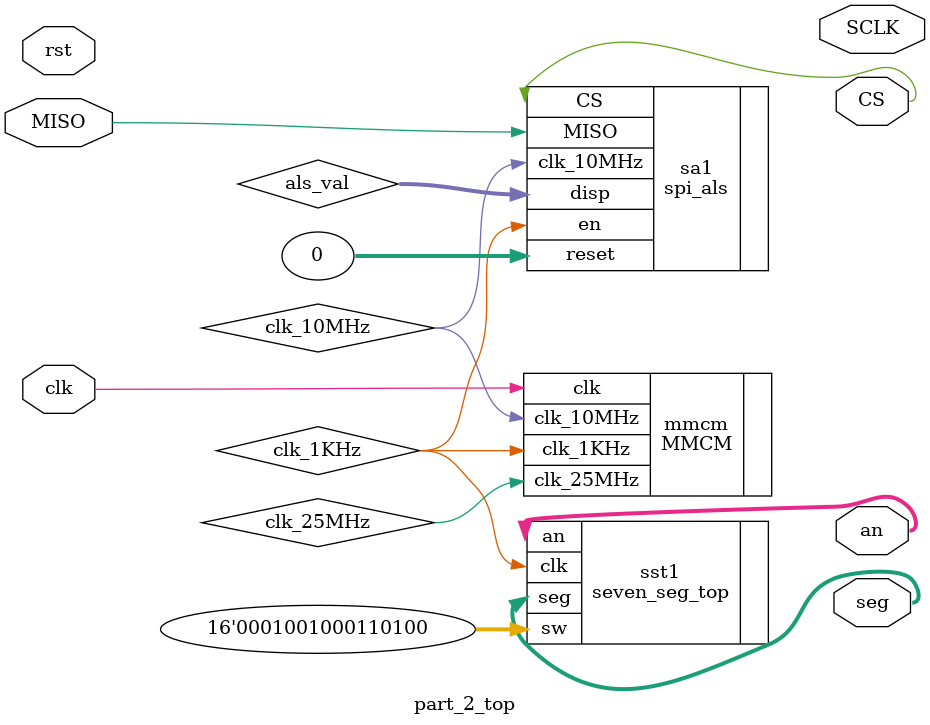
<source format=v>
`timescale 1ns / 1ps


module part_2_top(
    input MISO,
    input clk,
    input rst,
    output SCLK,
    output CS,
    output [3:0] an,
    output [7:0] seg
    );
    
    wire [7:0] als_val;
    wire clk_25MHz;
    wire clk_10MHz;
    wire clk_1KHz;
    
    MMCM mmcm(.clk(clk), .clk_25MHz(clk_25MHz), .clk_10MHz(clk_10MHz), .clk_1KHz(clk_1KHz));
    seven_seg_top sst1(.clk(clk_1KHz), .sw({16'b0001_0010_0011_0100}), .an(an), .seg(seg));
    spi_als sa1(.clk_10MHz(clk_10MHz), .reset(0), .en(clk_1KHz), .MISO(MISO), .CS(CS), .disp(als_val));
    
endmodule

</source>
